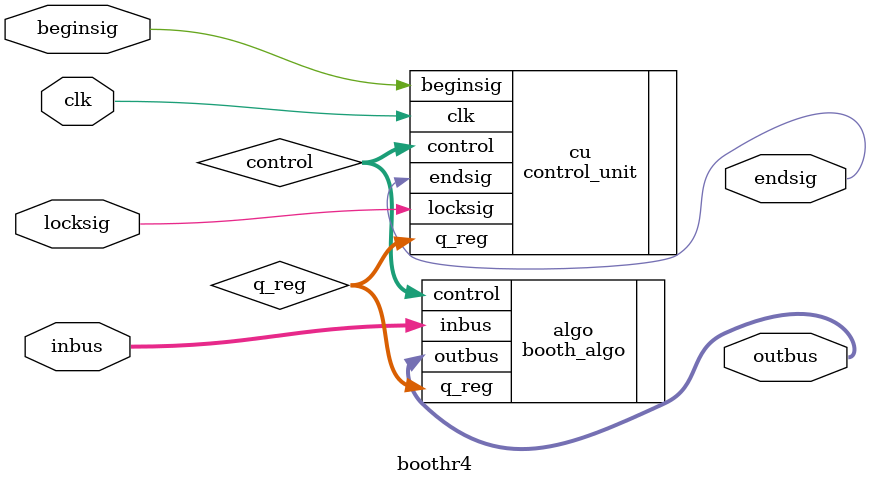
<source format=v>
module boothr4
         (
            inbus,
            outbus,
            clk,
            beginsig,
            locksig,
            endsig
         );
    input           clk;
    input           beginsig;
    input           locksig;
    input  [7:0]    inbus;

    output          endsig;
    output [7:0]    outbus;

    wire   [2:0]    q_reg;
    wire   [8:0]    control; 

    control_unit cu
            (
                .clk(clk),
                .beginsig(beginsig),
                .locksig(locksig),
                .q_reg(q_reg),
                .endsig(endsig),
                .control(control)
            );
    booth_algo algo
            (
                .control(control),
                .inbus(inbus),
                .outbus(outbus),
                .q_reg(q_reg)
            );
endmodule

</source>
